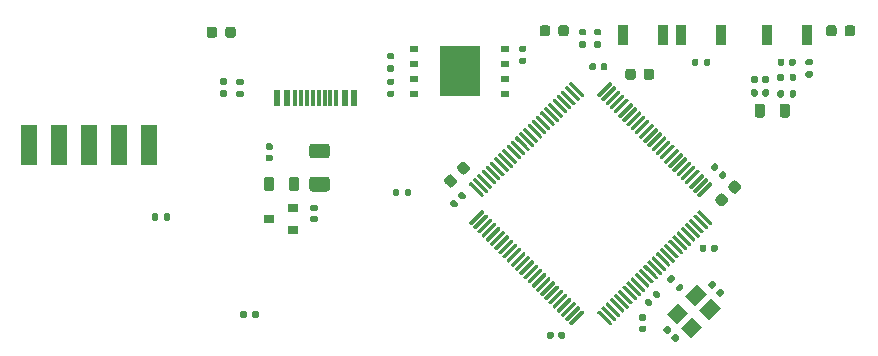
<source format=gbr>
%TF.GenerationSoftware,KiCad,Pcbnew,(5.1.9)-1*%
%TF.CreationDate,2021-03-09T20:48:28+01:00*%
%TF.ProjectId,poly_kb,706f6c79-5f6b-4622-9e6b-696361645f70,rev?*%
%TF.SameCoordinates,Original*%
%TF.FileFunction,Paste,Top*%
%TF.FilePolarity,Positive*%
%FSLAX46Y46*%
G04 Gerber Fmt 4.6, Leading zero omitted, Abs format (unit mm)*
G04 Created by KiCad (PCBNEW (5.1.9)-1) date 2021-03-09 20:48:28*
%MOMM*%
%LPD*%
G01*
G04 APERTURE LIST*
%ADD10R,1.400000X3.500000*%
%ADD11R,3.450000X4.350000*%
%ADD12R,0.750000X0.500000*%
%ADD13C,0.127000*%
%ADD14R,0.900000X0.800000*%
%ADD15R,0.900000X1.700000*%
%ADD16R,0.600000X1.450000*%
%ADD17R,0.300000X1.450000*%
G04 APERTURE END LIST*
D10*
%TO.C,J1*%
X426593000Y-39557000D03*
X424053000Y-39557000D03*
X421513000Y-39557000D03*
X418973000Y-39557000D03*
X416433000Y-39557000D03*
%TD*%
%TO.C,R12*%
G36*
G01*
X432707200Y-34885600D02*
X433077200Y-34885600D01*
G75*
G02*
X433212200Y-35020600I0J-135000D01*
G01*
X433212200Y-35290600D01*
G75*
G02*
X433077200Y-35425600I-135000J0D01*
G01*
X432707200Y-35425600D01*
G75*
G02*
X432572200Y-35290600I0J135000D01*
G01*
X432572200Y-35020600D01*
G75*
G02*
X432707200Y-34885600I135000J0D01*
G01*
G37*
G36*
G01*
X432707200Y-33865600D02*
X433077200Y-33865600D01*
G75*
G02*
X433212200Y-34000600I0J-135000D01*
G01*
X433212200Y-34270600D01*
G75*
G02*
X433077200Y-34405600I-135000J0D01*
G01*
X432707200Y-34405600D01*
G75*
G02*
X432572200Y-34270600I0J135000D01*
G01*
X432572200Y-34000600D01*
G75*
G02*
X432707200Y-33865600I135000J0D01*
G01*
G37*
%TD*%
%TO.C,R7*%
G36*
G01*
X463111000Y-30720000D02*
X463481000Y-30720000D01*
G75*
G02*
X463616000Y-30855000I0J-135000D01*
G01*
X463616000Y-31125000D01*
G75*
G02*
X463481000Y-31260000I-135000J0D01*
G01*
X463111000Y-31260000D01*
G75*
G02*
X462976000Y-31125000I0J135000D01*
G01*
X462976000Y-30855000D01*
G75*
G02*
X463111000Y-30720000I135000J0D01*
G01*
G37*
G36*
G01*
X463111000Y-29700000D02*
X463481000Y-29700000D01*
G75*
G02*
X463616000Y-29835000I0J-135000D01*
G01*
X463616000Y-30105000D01*
G75*
G02*
X463481000Y-30240000I-135000J0D01*
G01*
X463111000Y-30240000D01*
G75*
G02*
X462976000Y-30105000I0J135000D01*
G01*
X462976000Y-29835000D01*
G75*
G02*
X463111000Y-29700000I135000J0D01*
G01*
G37*
%TD*%
%TO.C,R6*%
G36*
G01*
X482288000Y-33260000D02*
X482658000Y-33260000D01*
G75*
G02*
X482793000Y-33395000I0J-135000D01*
G01*
X482793000Y-33665000D01*
G75*
G02*
X482658000Y-33800000I-135000J0D01*
G01*
X482288000Y-33800000D01*
G75*
G02*
X482153000Y-33665000I0J135000D01*
G01*
X482153000Y-33395000D01*
G75*
G02*
X482288000Y-33260000I135000J0D01*
G01*
G37*
G36*
G01*
X482288000Y-32240000D02*
X482658000Y-32240000D01*
G75*
G02*
X482793000Y-32375000I0J-135000D01*
G01*
X482793000Y-32645000D01*
G75*
G02*
X482658000Y-32780000I-135000J0D01*
G01*
X482288000Y-32780000D01*
G75*
G02*
X482153000Y-32645000I0J135000D01*
G01*
X482153000Y-32375000D01*
G75*
G02*
X482288000Y-32240000I135000J0D01*
G01*
G37*
%TD*%
%TO.C,R3*%
G36*
G01*
X464751000Y-30240000D02*
X464381000Y-30240000D01*
G75*
G02*
X464246000Y-30105000I0J135000D01*
G01*
X464246000Y-29835000D01*
G75*
G02*
X464381000Y-29700000I135000J0D01*
G01*
X464751000Y-29700000D01*
G75*
G02*
X464886000Y-29835000I0J-135000D01*
G01*
X464886000Y-30105000D01*
G75*
G02*
X464751000Y-30240000I-135000J0D01*
G01*
G37*
G36*
G01*
X464751000Y-31260000D02*
X464381000Y-31260000D01*
G75*
G02*
X464246000Y-31125000I0J135000D01*
G01*
X464246000Y-30855000D01*
G75*
G02*
X464381000Y-30720000I135000J0D01*
G01*
X464751000Y-30720000D01*
G75*
G02*
X464886000Y-30855000I0J-135000D01*
G01*
X464886000Y-31125000D01*
G75*
G02*
X464751000Y-31260000I-135000J0D01*
G01*
G37*
%TD*%
%TO.C,R1*%
G36*
G01*
X473089000Y-32327000D02*
X473089000Y-32697000D01*
G75*
G02*
X472954000Y-32832000I-135000J0D01*
G01*
X472684000Y-32832000D01*
G75*
G02*
X472549000Y-32697000I0J135000D01*
G01*
X472549000Y-32327000D01*
G75*
G02*
X472684000Y-32192000I135000J0D01*
G01*
X472954000Y-32192000D01*
G75*
G02*
X473089000Y-32327000I0J-135000D01*
G01*
G37*
G36*
G01*
X474109000Y-32327000D02*
X474109000Y-32697000D01*
G75*
G02*
X473974000Y-32832000I-135000J0D01*
G01*
X473704000Y-32832000D01*
G75*
G02*
X473569000Y-32697000I0J135000D01*
G01*
X473569000Y-32327000D01*
G75*
G02*
X473704000Y-32192000I135000J0D01*
G01*
X473974000Y-32192000D01*
G75*
G02*
X474109000Y-32327000I0J-135000D01*
G01*
G37*
%TD*%
D11*
%TO.C,U3*%
X452882000Y-33274000D03*
D12*
X456712000Y-35174000D03*
X456712000Y-33904000D03*
X456712000Y-31364000D03*
X456712000Y-32634000D03*
X449042000Y-31364000D03*
X449042000Y-32634000D03*
X449042000Y-35174000D03*
X449042000Y-33904000D03*
%TD*%
%TO.C,R13*%
G36*
G01*
X471158091Y-51506920D02*
X471419720Y-51245291D01*
G75*
G02*
X471610638Y-51245291I95459J-95459D01*
G01*
X471801557Y-51436210D01*
G75*
G02*
X471801557Y-51627128I-95459J-95459D01*
G01*
X471539928Y-51888757D01*
G75*
G02*
X471349010Y-51888757I-95459J95459D01*
G01*
X471158091Y-51697838D01*
G75*
G02*
X471158091Y-51506920I95459J95459D01*
G01*
G37*
G36*
G01*
X470436843Y-50785672D02*
X470698472Y-50524043D01*
G75*
G02*
X470889390Y-50524043I95459J-95459D01*
G01*
X471080309Y-50714962D01*
G75*
G02*
X471080309Y-50905880I-95459J-95459D01*
G01*
X470818680Y-51167509D01*
G75*
G02*
X470627762Y-51167509I-95459J95459D01*
G01*
X470436843Y-50976590D01*
G75*
G02*
X470436843Y-50785672I95459J95459D01*
G01*
G37*
%TD*%
%TO.C,C16*%
G36*
G01*
X470767787Y-55237371D02*
X470527371Y-55477787D01*
G75*
G02*
X470329381Y-55477787I-98995J98995D01*
G01*
X470131391Y-55279797D01*
G75*
G02*
X470131391Y-55081807I98995J98995D01*
G01*
X470371807Y-54841391D01*
G75*
G02*
X470569797Y-54841391I98995J-98995D01*
G01*
X470767787Y-55039381D01*
G75*
G02*
X470767787Y-55237371I-98995J-98995D01*
G01*
G37*
G36*
G01*
X471446609Y-55916193D02*
X471206193Y-56156609D01*
G75*
G02*
X471008203Y-56156609I-98995J98995D01*
G01*
X470810213Y-55958619D01*
G75*
G02*
X470810213Y-55760629I98995J98995D01*
G01*
X471050629Y-55520213D01*
G75*
G02*
X471248619Y-55520213I98995J-98995D01*
G01*
X471446609Y-55718203D01*
G75*
G02*
X471446609Y-55916193I-98995J-98995D01*
G01*
G37*
%TD*%
D13*
%TO.C,Y1*%
G36*
X471244431Y-54690016D02*
G01*
X470395903Y-53841488D01*
X471385853Y-52851538D01*
X472234381Y-53700066D01*
X471244431Y-54690016D01*
G37*
G36*
X472800066Y-53134381D02*
G01*
X471951538Y-52285853D01*
X472941488Y-51295903D01*
X473790016Y-52144431D01*
X472800066Y-53134381D01*
G37*
G36*
X474002147Y-54336462D02*
G01*
X473153619Y-53487934D01*
X474143569Y-52497984D01*
X474992097Y-53346512D01*
X474002147Y-54336462D01*
G37*
G36*
X472446512Y-55892097D02*
G01*
X471597984Y-55043569D01*
X472587934Y-54053619D01*
X473436462Y-54902147D01*
X472446512Y-55892097D01*
G37*
%TD*%
D14*
%TO.C,U1*%
X436743600Y-45796200D03*
X438743600Y-44846200D03*
X438743600Y-46746200D03*
%TD*%
D15*
%TO.C,SW3*%
X482268000Y-30226000D03*
X478868000Y-30226000D03*
%TD*%
%TO.C,SW2*%
X470076000Y-30226000D03*
X466676000Y-30226000D03*
%TD*%
%TO.C,SW1*%
X475029000Y-30226000D03*
X471629000Y-30226000D03*
%TD*%
%TO.C,R4*%
G36*
G01*
X447765200Y-43350600D02*
X447765200Y-43720600D01*
G75*
G02*
X447630200Y-43855600I-135000J0D01*
G01*
X447360200Y-43855600D01*
G75*
G02*
X447225200Y-43720600I0J135000D01*
G01*
X447225200Y-43350600D01*
G75*
G02*
X447360200Y-43215600I135000J0D01*
G01*
X447630200Y-43215600D01*
G75*
G02*
X447765200Y-43350600I0J-135000D01*
G01*
G37*
G36*
G01*
X448785200Y-43350600D02*
X448785200Y-43720600D01*
G75*
G02*
X448650200Y-43855600I-135000J0D01*
G01*
X448380200Y-43855600D01*
G75*
G02*
X448245200Y-43720600I0J135000D01*
G01*
X448245200Y-43350600D01*
G75*
G02*
X448380200Y-43215600I135000J0D01*
G01*
X448650200Y-43215600D01*
G75*
G02*
X448785200Y-43350600I0J-135000D01*
G01*
G37*
%TD*%
%TO.C,R15*%
G36*
G01*
X458031000Y-32119000D02*
X458401000Y-32119000D01*
G75*
G02*
X458536000Y-32254000I0J-135000D01*
G01*
X458536000Y-32524000D01*
G75*
G02*
X458401000Y-32659000I-135000J0D01*
G01*
X458031000Y-32659000D01*
G75*
G02*
X457896000Y-32524000I0J135000D01*
G01*
X457896000Y-32254000D01*
G75*
G02*
X458031000Y-32119000I135000J0D01*
G01*
G37*
G36*
G01*
X458031000Y-31099000D02*
X458401000Y-31099000D01*
G75*
G02*
X458536000Y-31234000I0J-135000D01*
G01*
X458536000Y-31504000D01*
G75*
G02*
X458401000Y-31639000I-135000J0D01*
G01*
X458031000Y-31639000D01*
G75*
G02*
X457896000Y-31504000I0J135000D01*
G01*
X457896000Y-31234000D01*
G75*
G02*
X458031000Y-31099000I135000J0D01*
G01*
G37*
%TD*%
%TO.C,R14*%
G36*
G01*
X446855000Y-32752000D02*
X447225000Y-32752000D01*
G75*
G02*
X447360000Y-32887000I0J-135000D01*
G01*
X447360000Y-33157000D01*
G75*
G02*
X447225000Y-33292000I-135000J0D01*
G01*
X446855000Y-33292000D01*
G75*
G02*
X446720000Y-33157000I0J135000D01*
G01*
X446720000Y-32887000D01*
G75*
G02*
X446855000Y-32752000I135000J0D01*
G01*
G37*
G36*
G01*
X446855000Y-31732000D02*
X447225000Y-31732000D01*
G75*
G02*
X447360000Y-31867000I0J-135000D01*
G01*
X447360000Y-32137000D01*
G75*
G02*
X447225000Y-32272000I-135000J0D01*
G01*
X446855000Y-32272000D01*
G75*
G02*
X446720000Y-32137000I0J135000D01*
G01*
X446720000Y-31867000D01*
G75*
G02*
X446855000Y-31732000I135000J0D01*
G01*
G37*
%TD*%
%TO.C,R11*%
G36*
G01*
X434474200Y-34431000D02*
X434104200Y-34431000D01*
G75*
G02*
X433969200Y-34296000I0J135000D01*
G01*
X433969200Y-34026000D01*
G75*
G02*
X434104200Y-33891000I135000J0D01*
G01*
X434474200Y-33891000D01*
G75*
G02*
X434609200Y-34026000I0J-135000D01*
G01*
X434609200Y-34296000D01*
G75*
G02*
X434474200Y-34431000I-135000J0D01*
G01*
G37*
G36*
G01*
X434474200Y-35451000D02*
X434104200Y-35451000D01*
G75*
G02*
X433969200Y-35316000I0J135000D01*
G01*
X433969200Y-35046000D01*
G75*
G02*
X434104200Y-34911000I135000J0D01*
G01*
X434474200Y-34911000D01*
G75*
G02*
X434609200Y-35046000I0J-135000D01*
G01*
X434609200Y-35316000D01*
G75*
G02*
X434474200Y-35451000I-135000J0D01*
G01*
G37*
%TD*%
%TO.C,R2*%
G36*
G01*
X480808000Y-33967000D02*
X480808000Y-33597000D01*
G75*
G02*
X480943000Y-33462000I135000J0D01*
G01*
X481213000Y-33462000D01*
G75*
G02*
X481348000Y-33597000I0J-135000D01*
G01*
X481348000Y-33967000D01*
G75*
G02*
X481213000Y-34102000I-135000J0D01*
G01*
X480943000Y-34102000D01*
G75*
G02*
X480808000Y-33967000I0J135000D01*
G01*
G37*
G36*
G01*
X479788000Y-33967000D02*
X479788000Y-33597000D01*
G75*
G02*
X479923000Y-33462000I135000J0D01*
G01*
X480193000Y-33462000D01*
G75*
G02*
X480328000Y-33597000I0J-135000D01*
G01*
X480328000Y-33967000D01*
G75*
G02*
X480193000Y-34102000I-135000J0D01*
G01*
X479923000Y-34102000D01*
G75*
G02*
X479788000Y-33967000I0J135000D01*
G01*
G37*
%TD*%
D16*
%TO.C,J2*%
X437440000Y-35541000D03*
X438240000Y-35541000D03*
X443140000Y-35541000D03*
X443940000Y-35541000D03*
X443940000Y-35541000D03*
X443140000Y-35541000D03*
X438240000Y-35541000D03*
X437440000Y-35541000D03*
D17*
X442440000Y-35541000D03*
X441940000Y-35541000D03*
X441440000Y-35541000D03*
X440440000Y-35541000D03*
X439940000Y-35541000D03*
X439440000Y-35541000D03*
X438940000Y-35541000D03*
X440940000Y-35541000D03*
%TD*%
%TO.C,FB1*%
G36*
G01*
X438419400Y-43205650D02*
X438419400Y-42443150D01*
G75*
G02*
X438638150Y-42224400I218750J0D01*
G01*
X439075650Y-42224400D01*
G75*
G02*
X439294400Y-42443150I0J-218750D01*
G01*
X439294400Y-43205650D01*
G75*
G02*
X439075650Y-43424400I-218750J0D01*
G01*
X438638150Y-43424400D01*
G75*
G02*
X438419400Y-43205650I0J218750D01*
G01*
G37*
G36*
G01*
X436294400Y-43205650D02*
X436294400Y-42443150D01*
G75*
G02*
X436513150Y-42224400I218750J0D01*
G01*
X436950650Y-42224400D01*
G75*
G02*
X437169400Y-42443150I0J-218750D01*
G01*
X437169400Y-43205650D01*
G75*
G02*
X436950650Y-43424400I-218750J0D01*
G01*
X436513150Y-43424400D01*
G75*
G02*
X436294400Y-43205650I0J218750D01*
G01*
G37*
%TD*%
%TO.C,D3*%
G36*
G01*
X432339000Y-29715750D02*
X432339000Y-30228250D01*
G75*
G02*
X432120250Y-30447000I-218750J0D01*
G01*
X431682750Y-30447000D01*
G75*
G02*
X431464000Y-30228250I0J218750D01*
G01*
X431464000Y-29715750D01*
G75*
G02*
X431682750Y-29497000I218750J0D01*
G01*
X432120250Y-29497000D01*
G75*
G02*
X432339000Y-29715750I0J-218750D01*
G01*
G37*
G36*
G01*
X433914000Y-29715750D02*
X433914000Y-30228250D01*
G75*
G02*
X433695250Y-30447000I-218750J0D01*
G01*
X433257750Y-30447000D01*
G75*
G02*
X433039000Y-30228250I0J218750D01*
G01*
X433039000Y-29715750D01*
G75*
G02*
X433257750Y-29497000I218750J0D01*
G01*
X433695250Y-29497000D01*
G75*
G02*
X433914000Y-29715750I0J-218750D01*
G01*
G37*
%TD*%
%TO.C,D2*%
G36*
G01*
X460533000Y-29588750D02*
X460533000Y-30101250D01*
G75*
G02*
X460314250Y-30320000I-218750J0D01*
G01*
X459876750Y-30320000D01*
G75*
G02*
X459658000Y-30101250I0J218750D01*
G01*
X459658000Y-29588750D01*
G75*
G02*
X459876750Y-29370000I218750J0D01*
G01*
X460314250Y-29370000D01*
G75*
G02*
X460533000Y-29588750I0J-218750D01*
G01*
G37*
G36*
G01*
X462108000Y-29588750D02*
X462108000Y-30101250D01*
G75*
G02*
X461889250Y-30320000I-218750J0D01*
G01*
X461451750Y-30320000D01*
G75*
G02*
X461233000Y-30101250I0J218750D01*
G01*
X461233000Y-29588750D01*
G75*
G02*
X461451750Y-29370000I218750J0D01*
G01*
X461889250Y-29370000D01*
G75*
G02*
X462108000Y-29588750I0J-218750D01*
G01*
G37*
%TD*%
%TO.C,D1*%
G36*
G01*
X485490000Y-30101250D02*
X485490000Y-29588750D01*
G75*
G02*
X485708750Y-29370000I218750J0D01*
G01*
X486146250Y-29370000D01*
G75*
G02*
X486365000Y-29588750I0J-218750D01*
G01*
X486365000Y-30101250D01*
G75*
G02*
X486146250Y-30320000I-218750J0D01*
G01*
X485708750Y-30320000D01*
G75*
G02*
X485490000Y-30101250I0J218750D01*
G01*
G37*
G36*
G01*
X483915000Y-30101250D02*
X483915000Y-29588750D01*
G75*
G02*
X484133750Y-29370000I218750J0D01*
G01*
X484571250Y-29370000D01*
G75*
G02*
X484790000Y-29588750I0J-218750D01*
G01*
X484790000Y-30101250D01*
G75*
G02*
X484571250Y-30320000I-218750J0D01*
G01*
X484133750Y-30320000D01*
G75*
G02*
X483915000Y-30101250I0J218750D01*
G01*
G37*
%TD*%
%TO.C,C1*%
G36*
G01*
X480368000Y-32342000D02*
X480368000Y-32682000D01*
G75*
G02*
X480228000Y-32822000I-140000J0D01*
G01*
X479948000Y-32822000D01*
G75*
G02*
X479808000Y-32682000I0J140000D01*
G01*
X479808000Y-32342000D01*
G75*
G02*
X479948000Y-32202000I140000J0D01*
G01*
X480228000Y-32202000D01*
G75*
G02*
X480368000Y-32342000I0J-140000D01*
G01*
G37*
G36*
G01*
X481328000Y-32342000D02*
X481328000Y-32682000D01*
G75*
G02*
X481188000Y-32822000I-140000J0D01*
G01*
X480908000Y-32822000D01*
G75*
G02*
X480768000Y-32682000I0J140000D01*
G01*
X480768000Y-32342000D01*
G75*
G02*
X480908000Y-32202000I140000J0D01*
G01*
X481188000Y-32202000D01*
G75*
G02*
X481328000Y-32342000I0J-140000D01*
G01*
G37*
%TD*%
%TO.C,C3*%
G36*
G01*
X440367600Y-45513600D02*
X440707600Y-45513600D01*
G75*
G02*
X440847600Y-45653600I0J-140000D01*
G01*
X440847600Y-45933600D01*
G75*
G02*
X440707600Y-46073600I-140000J0D01*
G01*
X440367600Y-46073600D01*
G75*
G02*
X440227600Y-45933600I0J140000D01*
G01*
X440227600Y-45653600D01*
G75*
G02*
X440367600Y-45513600I140000J0D01*
G01*
G37*
G36*
G01*
X440367600Y-44553600D02*
X440707600Y-44553600D01*
G75*
G02*
X440847600Y-44693600I0J-140000D01*
G01*
X440847600Y-44973600D01*
G75*
G02*
X440707600Y-45113600I-140000J0D01*
G01*
X440367600Y-45113600D01*
G75*
G02*
X440227600Y-44973600I0J140000D01*
G01*
X440227600Y-44693600D01*
G75*
G02*
X440367600Y-44553600I140000J0D01*
G01*
G37*
%TD*%
%TO.C,C2*%
G36*
G01*
X436923000Y-39932000D02*
X436583000Y-39932000D01*
G75*
G02*
X436443000Y-39792000I0J140000D01*
G01*
X436443000Y-39512000D01*
G75*
G02*
X436583000Y-39372000I140000J0D01*
G01*
X436923000Y-39372000D01*
G75*
G02*
X437063000Y-39512000I0J-140000D01*
G01*
X437063000Y-39792000D01*
G75*
G02*
X436923000Y-39932000I-140000J0D01*
G01*
G37*
G36*
G01*
X436923000Y-40892000D02*
X436583000Y-40892000D01*
G75*
G02*
X436443000Y-40752000I0J140000D01*
G01*
X436443000Y-40472000D01*
G75*
G02*
X436583000Y-40332000I140000J0D01*
G01*
X436923000Y-40332000D01*
G75*
G02*
X437063000Y-40472000I0J-140000D01*
G01*
X437063000Y-40752000D01*
G75*
G02*
X436923000Y-40892000I-140000J0D01*
G01*
G37*
%TD*%
%TO.C,C15*%
G36*
G01*
X452246813Y-42064633D02*
X452600367Y-42418187D01*
G75*
G02*
X452600367Y-42736385I-159099J-159099D01*
G01*
X452282169Y-43054583D01*
G75*
G02*
X451963971Y-43054583I-159099J159099D01*
G01*
X451610417Y-42701029D01*
G75*
G02*
X451610417Y-42382831I159099J159099D01*
G01*
X451928615Y-42064633D01*
G75*
G02*
X452246813Y-42064633I159099J-159099D01*
G01*
G37*
G36*
G01*
X453342829Y-40968617D02*
X453696383Y-41322171D01*
G75*
G02*
X453696383Y-41640369I-159099J-159099D01*
G01*
X453378185Y-41958567D01*
G75*
G02*
X453059987Y-41958567I-159099J159099D01*
G01*
X452706433Y-41605013D01*
G75*
G02*
X452706433Y-41286815I159099J159099D01*
G01*
X453024631Y-40968617D01*
G75*
G02*
X453342829Y-40968617I159099J-159099D01*
G01*
G37*
%TD*%
%TO.C,C14*%
G36*
G01*
X468447000Y-33778000D02*
X468447000Y-33278000D01*
G75*
G02*
X468672000Y-33053000I225000J0D01*
G01*
X469122000Y-33053000D01*
G75*
G02*
X469347000Y-33278000I0J-225000D01*
G01*
X469347000Y-33778000D01*
G75*
G02*
X469122000Y-34003000I-225000J0D01*
G01*
X468672000Y-34003000D01*
G75*
G02*
X468447000Y-33778000I0J225000D01*
G01*
G37*
G36*
G01*
X466897000Y-33778000D02*
X466897000Y-33278000D01*
G75*
G02*
X467122000Y-33053000I225000J0D01*
G01*
X467572000Y-33053000D01*
G75*
G02*
X467797000Y-33278000I0J-225000D01*
G01*
X467797000Y-33778000D01*
G75*
G02*
X467572000Y-34003000I-225000J0D01*
G01*
X467122000Y-34003000D01*
G75*
G02*
X466897000Y-33778000I0J225000D01*
G01*
G37*
%TD*%
%TO.C,C13*%
G36*
G01*
X460835400Y-55456000D02*
X460835400Y-55796000D01*
G75*
G02*
X460695400Y-55936000I-140000J0D01*
G01*
X460415400Y-55936000D01*
G75*
G02*
X460275400Y-55796000I0J140000D01*
G01*
X460275400Y-55456000D01*
G75*
G02*
X460415400Y-55316000I140000J0D01*
G01*
X460695400Y-55316000D01*
G75*
G02*
X460835400Y-55456000I0J-140000D01*
G01*
G37*
G36*
G01*
X461795400Y-55456000D02*
X461795400Y-55796000D01*
G75*
G02*
X461655400Y-55936000I-140000J0D01*
G01*
X461375400Y-55936000D01*
G75*
G02*
X461235400Y-55796000I0J140000D01*
G01*
X461235400Y-55456000D01*
G75*
G02*
X461375400Y-55316000I140000J0D01*
G01*
X461655400Y-55316000D01*
G75*
G02*
X461795400Y-55456000I0J-140000D01*
G01*
G37*
%TD*%
%TO.C,C12*%
G36*
G01*
X452493371Y-44166413D02*
X452733787Y-44406829D01*
G75*
G02*
X452733787Y-44604819I-98995J-98995D01*
G01*
X452535797Y-44802809D01*
G75*
G02*
X452337807Y-44802809I-98995J98995D01*
G01*
X452097391Y-44562393D01*
G75*
G02*
X452097391Y-44364403I98995J98995D01*
G01*
X452295381Y-44166413D01*
G75*
G02*
X452493371Y-44166413I98995J-98995D01*
G01*
G37*
G36*
G01*
X453172193Y-43487591D02*
X453412609Y-43728007D01*
G75*
G02*
X453412609Y-43925997I-98995J-98995D01*
G01*
X453214619Y-44123987D01*
G75*
G02*
X453016629Y-44123987I-98995J98995D01*
G01*
X452776213Y-43883571D01*
G75*
G02*
X452776213Y-43685581I98995J98995D01*
G01*
X452974203Y-43487591D01*
G75*
G02*
X453172193Y-43487591I98995J-98995D01*
G01*
G37*
%TD*%
%TO.C,C5*%
G36*
G01*
X478107400Y-34932800D02*
X478107400Y-35272800D01*
G75*
G02*
X477967400Y-35412800I-140000J0D01*
G01*
X477687400Y-35412800D01*
G75*
G02*
X477547400Y-35272800I0J140000D01*
G01*
X477547400Y-34932800D01*
G75*
G02*
X477687400Y-34792800I140000J0D01*
G01*
X477967400Y-34792800D01*
G75*
G02*
X478107400Y-34932800I0J-140000D01*
G01*
G37*
G36*
G01*
X479067400Y-34932800D02*
X479067400Y-35272800D01*
G75*
G02*
X478927400Y-35412800I-140000J0D01*
G01*
X478647400Y-35412800D01*
G75*
G02*
X478507400Y-35272800I0J140000D01*
G01*
X478507400Y-34932800D01*
G75*
G02*
X478647400Y-34792800I140000J0D01*
G01*
X478927400Y-34792800D01*
G75*
G02*
X479067400Y-34932800I0J-140000D01*
G01*
G37*
%TD*%
%TO.C,C4*%
G36*
G01*
X478107400Y-33789800D02*
X478107400Y-34129800D01*
G75*
G02*
X477967400Y-34269800I-140000J0D01*
G01*
X477687400Y-34269800D01*
G75*
G02*
X477547400Y-34129800I0J140000D01*
G01*
X477547400Y-33789800D01*
G75*
G02*
X477687400Y-33649800I140000J0D01*
G01*
X477967400Y-33649800D01*
G75*
G02*
X478107400Y-33789800I0J-140000D01*
G01*
G37*
G36*
G01*
X479067400Y-33789800D02*
X479067400Y-34129800D01*
G75*
G02*
X478927400Y-34269800I-140000J0D01*
G01*
X478647400Y-34269800D01*
G75*
G02*
X478507400Y-34129800I0J140000D01*
G01*
X478507400Y-33789800D01*
G75*
G02*
X478647400Y-33649800I140000J0D01*
G01*
X478927400Y-33649800D01*
G75*
G02*
X479067400Y-33789800I0J-140000D01*
G01*
G37*
%TD*%
%TO.C,C11*%
G36*
G01*
X474164000Y-48430000D02*
X474164000Y-48090000D01*
G75*
G02*
X474304000Y-47950000I140000J0D01*
G01*
X474584000Y-47950000D01*
G75*
G02*
X474724000Y-48090000I0J-140000D01*
G01*
X474724000Y-48430000D01*
G75*
G02*
X474584000Y-48570000I-140000J0D01*
G01*
X474304000Y-48570000D01*
G75*
G02*
X474164000Y-48430000I0J140000D01*
G01*
G37*
G36*
G01*
X473204000Y-48430000D02*
X473204000Y-48090000D01*
G75*
G02*
X473344000Y-47950000I140000J0D01*
G01*
X473624000Y-47950000D01*
G75*
G02*
X473764000Y-48090000I0J-140000D01*
G01*
X473764000Y-48430000D01*
G75*
G02*
X473624000Y-48570000I-140000J0D01*
G01*
X473344000Y-48570000D01*
G75*
G02*
X473204000Y-48430000I0J140000D01*
G01*
G37*
%TD*%
%TO.C,C10*%
G36*
G01*
X464416800Y-32723000D02*
X464416800Y-33063000D01*
G75*
G02*
X464276800Y-33203000I-140000J0D01*
G01*
X463996800Y-33203000D01*
G75*
G02*
X463856800Y-33063000I0J140000D01*
G01*
X463856800Y-32723000D01*
G75*
G02*
X463996800Y-32583000I140000J0D01*
G01*
X464276800Y-32583000D01*
G75*
G02*
X464416800Y-32723000I0J-140000D01*
G01*
G37*
G36*
G01*
X465376800Y-32723000D02*
X465376800Y-33063000D01*
G75*
G02*
X465236800Y-33203000I-140000J0D01*
G01*
X464956800Y-33203000D01*
G75*
G02*
X464816800Y-33063000I0J140000D01*
G01*
X464816800Y-32723000D01*
G75*
G02*
X464956800Y-32583000I140000J0D01*
G01*
X465236800Y-32583000D01*
G75*
G02*
X465376800Y-32723000I0J-140000D01*
G01*
G37*
%TD*%
%TO.C,C9*%
G36*
G01*
X468206000Y-54810000D02*
X468546000Y-54810000D01*
G75*
G02*
X468686000Y-54950000I0J-140000D01*
G01*
X468686000Y-55230000D01*
G75*
G02*
X468546000Y-55370000I-140000J0D01*
G01*
X468206000Y-55370000D01*
G75*
G02*
X468066000Y-55230000I0J140000D01*
G01*
X468066000Y-54950000D01*
G75*
G02*
X468206000Y-54810000I140000J0D01*
G01*
G37*
G36*
G01*
X468206000Y-53850000D02*
X468546000Y-53850000D01*
G75*
G02*
X468686000Y-53990000I0J-140000D01*
G01*
X468686000Y-54270000D01*
G75*
G02*
X468546000Y-54410000I-140000J0D01*
G01*
X468206000Y-54410000D01*
G75*
G02*
X468066000Y-54270000I0J140000D01*
G01*
X468066000Y-53990000D01*
G75*
G02*
X468206000Y-53850000I140000J0D01*
G01*
G37*
%TD*%
%TO.C,C8*%
G36*
G01*
X468961782Y-52513802D02*
X469202198Y-52754218D01*
G75*
G02*
X469202198Y-52952208I-98995J-98995D01*
G01*
X469004208Y-53150198D01*
G75*
G02*
X468806218Y-53150198I-98995J98995D01*
G01*
X468565802Y-52909782D01*
G75*
G02*
X468565802Y-52711792I98995J98995D01*
G01*
X468763792Y-52513802D01*
G75*
G02*
X468961782Y-52513802I98995J-98995D01*
G01*
G37*
G36*
G01*
X469640604Y-51834980D02*
X469881020Y-52075396D01*
G75*
G02*
X469881020Y-52273386I-98995J-98995D01*
G01*
X469683030Y-52471376D01*
G75*
G02*
X469485040Y-52471376I-98995J98995D01*
G01*
X469244624Y-52230960D01*
G75*
G02*
X469244624Y-52032970I98995J98995D01*
G01*
X469442614Y-51834980D01*
G75*
G02*
X469640604Y-51834980I98995J-98995D01*
G01*
G37*
%TD*%
%TO.C,C7*%
G36*
G01*
X474823413Y-41993829D02*
X475063829Y-41753413D01*
G75*
G02*
X475261819Y-41753413I98995J-98995D01*
G01*
X475459809Y-41951403D01*
G75*
G02*
X475459809Y-42149393I-98995J-98995D01*
G01*
X475219393Y-42389809D01*
G75*
G02*
X475021403Y-42389809I-98995J98995D01*
G01*
X474823413Y-42191819D01*
G75*
G02*
X474823413Y-41993829I98995J98995D01*
G01*
G37*
G36*
G01*
X474144591Y-41315007D02*
X474385007Y-41074591D01*
G75*
G02*
X474582997Y-41074591I98995J-98995D01*
G01*
X474780987Y-41272581D01*
G75*
G02*
X474780987Y-41470571I-98995J-98995D01*
G01*
X474540571Y-41710987D01*
G75*
G02*
X474342581Y-41710987I-98995J98995D01*
G01*
X474144591Y-41512997D01*
G75*
G02*
X474144591Y-41315007I98995J98995D01*
G01*
G37*
%TD*%
%TO.C,C6*%
G36*
G01*
X476032379Y-43573375D02*
X475678825Y-43219821D01*
G75*
G02*
X475678825Y-42901623I159099J159099D01*
G01*
X475997023Y-42583425D01*
G75*
G02*
X476315221Y-42583425I159099J-159099D01*
G01*
X476668775Y-42936979D01*
G75*
G02*
X476668775Y-43255177I-159099J-159099D01*
G01*
X476350577Y-43573375D01*
G75*
G02*
X476032379Y-43573375I-159099J159099D01*
G01*
G37*
G36*
G01*
X474936363Y-44669391D02*
X474582809Y-44315837D01*
G75*
G02*
X474582809Y-43997639I159099J159099D01*
G01*
X474901007Y-43679441D01*
G75*
G02*
X475219205Y-43679441I159099J-159099D01*
G01*
X475572759Y-44032995D01*
G75*
G02*
X475572759Y-44351193I-159099J-159099D01*
G01*
X475254561Y-44669391D01*
G75*
G02*
X474936363Y-44669391I-159099J159099D01*
G01*
G37*
%TD*%
%TO.C,R10*%
G36*
G01*
X447225000Y-34433000D02*
X446855000Y-34433000D01*
G75*
G02*
X446720000Y-34298000I0J135000D01*
G01*
X446720000Y-34028000D01*
G75*
G02*
X446855000Y-33893000I135000J0D01*
G01*
X447225000Y-33893000D01*
G75*
G02*
X447360000Y-34028000I0J-135000D01*
G01*
X447360000Y-34298000D01*
G75*
G02*
X447225000Y-34433000I-135000J0D01*
G01*
G37*
G36*
G01*
X447225000Y-35453000D02*
X446855000Y-35453000D01*
G75*
G02*
X446720000Y-35318000I0J135000D01*
G01*
X446720000Y-35048000D01*
G75*
G02*
X446855000Y-34913000I135000J0D01*
G01*
X447225000Y-34913000D01*
G75*
G02*
X447360000Y-35048000I0J-135000D01*
G01*
X447360000Y-35318000D01*
G75*
G02*
X447225000Y-35453000I-135000J0D01*
G01*
G37*
%TD*%
%TO.C,R9*%
G36*
G01*
X480328000Y-34994000D02*
X480328000Y-35364000D01*
G75*
G02*
X480193000Y-35499000I-135000J0D01*
G01*
X479923000Y-35499000D01*
G75*
G02*
X479788000Y-35364000I0J135000D01*
G01*
X479788000Y-34994000D01*
G75*
G02*
X479923000Y-34859000I135000J0D01*
G01*
X480193000Y-34859000D01*
G75*
G02*
X480328000Y-34994000I0J-135000D01*
G01*
G37*
G36*
G01*
X481348000Y-34994000D02*
X481348000Y-35364000D01*
G75*
G02*
X481213000Y-35499000I-135000J0D01*
G01*
X480943000Y-35499000D01*
G75*
G02*
X480808000Y-35364000I0J135000D01*
G01*
X480808000Y-34994000D01*
G75*
G02*
X480943000Y-34859000I135000J0D01*
G01*
X481213000Y-34859000D01*
G75*
G02*
X481348000Y-34994000I0J-135000D01*
G01*
G37*
%TD*%
%TO.C,R8*%
G36*
G01*
X434836600Y-53688400D02*
X434836600Y-54058400D01*
G75*
G02*
X434701600Y-54193400I-135000J0D01*
G01*
X434431600Y-54193400D01*
G75*
G02*
X434296600Y-54058400I0J135000D01*
G01*
X434296600Y-53688400D01*
G75*
G02*
X434431600Y-53553400I135000J0D01*
G01*
X434701600Y-53553400D01*
G75*
G02*
X434836600Y-53688400I0J-135000D01*
G01*
G37*
G36*
G01*
X435856600Y-53688400D02*
X435856600Y-54058400D01*
G75*
G02*
X435721600Y-54193400I-135000J0D01*
G01*
X435451600Y-54193400D01*
G75*
G02*
X435316600Y-54058400I0J135000D01*
G01*
X435316600Y-53688400D01*
G75*
G02*
X435451600Y-53553400I135000J0D01*
G01*
X435721600Y-53553400D01*
G75*
G02*
X435856600Y-53688400I0J-135000D01*
G01*
G37*
%TD*%
%TO.C,R5*%
G36*
G01*
X427369000Y-45433400D02*
X427369000Y-45803400D01*
G75*
G02*
X427234000Y-45938400I-135000J0D01*
G01*
X426964000Y-45938400D01*
G75*
G02*
X426829000Y-45803400I0J135000D01*
G01*
X426829000Y-45433400D01*
G75*
G02*
X426964000Y-45298400I135000J0D01*
G01*
X427234000Y-45298400D01*
G75*
G02*
X427369000Y-45433400I0J-135000D01*
G01*
G37*
G36*
G01*
X428389000Y-45433400D02*
X428389000Y-45803400D01*
G75*
G02*
X428254000Y-45938400I-135000J0D01*
G01*
X427984000Y-45938400D01*
G75*
G02*
X427849000Y-45803400I0J135000D01*
G01*
X427849000Y-45433400D01*
G75*
G02*
X427984000Y-45298400I135000J0D01*
G01*
X428254000Y-45298400D01*
G75*
G02*
X428389000Y-45433400I0J-135000D01*
G01*
G37*
%TD*%
%TO.C,FB2*%
G36*
G01*
X479973800Y-36982650D02*
X479973800Y-36220150D01*
G75*
G02*
X480192550Y-36001400I218750J0D01*
G01*
X480630050Y-36001400D01*
G75*
G02*
X480848800Y-36220150I0J-218750D01*
G01*
X480848800Y-36982650D01*
G75*
G02*
X480630050Y-37201400I-218750J0D01*
G01*
X480192550Y-37201400D01*
G75*
G02*
X479973800Y-36982650I0J218750D01*
G01*
G37*
G36*
G01*
X477848800Y-36982650D02*
X477848800Y-36220150D01*
G75*
G02*
X478067550Y-36001400I218750J0D01*
G01*
X478505050Y-36001400D01*
G75*
G02*
X478723800Y-36220150I0J-218750D01*
G01*
X478723800Y-36982650D01*
G75*
G02*
X478505050Y-37201400I-218750J0D01*
G01*
X478067550Y-37201400D01*
G75*
G02*
X477848800Y-36982650I0J218750D01*
G01*
G37*
%TD*%
%TO.C,F1*%
G36*
G01*
X441645200Y-40652400D02*
X440395200Y-40652400D01*
G75*
G02*
X440145200Y-40402400I0J250000D01*
G01*
X440145200Y-39652400D01*
G75*
G02*
X440395200Y-39402400I250000J0D01*
G01*
X441645200Y-39402400D01*
G75*
G02*
X441895200Y-39652400I0J-250000D01*
G01*
X441895200Y-40402400D01*
G75*
G02*
X441645200Y-40652400I-250000J0D01*
G01*
G37*
G36*
G01*
X441645200Y-43452400D02*
X440395200Y-43452400D01*
G75*
G02*
X440145200Y-43202400I0J250000D01*
G01*
X440145200Y-42452400D01*
G75*
G02*
X440395200Y-42202400I250000J0D01*
G01*
X441645200Y-42202400D01*
G75*
G02*
X441895200Y-42452400I0J-250000D01*
G01*
X441895200Y-43202400D01*
G75*
G02*
X441645200Y-43452400I-250000J0D01*
G01*
G37*
%TD*%
%TO.C,C17*%
G36*
G01*
X474620213Y-51950629D02*
X474860629Y-51710213D01*
G75*
G02*
X475058619Y-51710213I98995J-98995D01*
G01*
X475256609Y-51908203D01*
G75*
G02*
X475256609Y-52106193I-98995J-98995D01*
G01*
X475016193Y-52346609D01*
G75*
G02*
X474818203Y-52346609I-98995J98995D01*
G01*
X474620213Y-52148619D01*
G75*
G02*
X474620213Y-51950629I98995J98995D01*
G01*
G37*
G36*
G01*
X473941391Y-51271807D02*
X474181807Y-51031391D01*
G75*
G02*
X474379797Y-51031391I98995J-98995D01*
G01*
X474577787Y-51229381D01*
G75*
G02*
X474577787Y-51427371I-98995J-98995D01*
G01*
X474337371Y-51667787D01*
G75*
G02*
X474139381Y-51667787I-98995J98995D01*
G01*
X473941391Y-51469797D01*
G75*
G02*
X473941391Y-51271807I98995J98995D01*
G01*
G37*
%TD*%
%TO.C,U2*%
G36*
G01*
X463399269Y-53747054D02*
X462373965Y-54772358D01*
G75*
G02*
X462267899Y-54772358I-53033J53033D01*
G01*
X462161833Y-54666292D01*
G75*
G02*
X462161833Y-54560226I53033J53033D01*
G01*
X463187137Y-53534922D01*
G75*
G02*
X463293203Y-53534922I53033J-53033D01*
G01*
X463399269Y-53640988D01*
G75*
G02*
X463399269Y-53747054I-53033J-53033D01*
G01*
G37*
G36*
G01*
X463045716Y-53393501D02*
X462020412Y-54418805D01*
G75*
G02*
X461914346Y-54418805I-53033J53033D01*
G01*
X461808280Y-54312739D01*
G75*
G02*
X461808280Y-54206673I53033J53033D01*
G01*
X462833584Y-53181369D01*
G75*
G02*
X462939650Y-53181369I53033J-53033D01*
G01*
X463045716Y-53287435D01*
G75*
G02*
X463045716Y-53393501I-53033J-53033D01*
G01*
G37*
G36*
G01*
X462692162Y-53039947D02*
X461666858Y-54065251D01*
G75*
G02*
X461560792Y-54065251I-53033J53033D01*
G01*
X461454726Y-53959185D01*
G75*
G02*
X461454726Y-53853119I53033J53033D01*
G01*
X462480030Y-52827815D01*
G75*
G02*
X462586096Y-52827815I53033J-53033D01*
G01*
X462692162Y-52933881D01*
G75*
G02*
X462692162Y-53039947I-53033J-53033D01*
G01*
G37*
G36*
G01*
X462338609Y-52686394D02*
X461313305Y-53711698D01*
G75*
G02*
X461207239Y-53711698I-53033J53033D01*
G01*
X461101173Y-53605632D01*
G75*
G02*
X461101173Y-53499566I53033J53033D01*
G01*
X462126477Y-52474262D01*
G75*
G02*
X462232543Y-52474262I53033J-53033D01*
G01*
X462338609Y-52580328D01*
G75*
G02*
X462338609Y-52686394I-53033J-53033D01*
G01*
G37*
G36*
G01*
X461985056Y-52332841D02*
X460959752Y-53358145D01*
G75*
G02*
X460853686Y-53358145I-53033J53033D01*
G01*
X460747620Y-53252079D01*
G75*
G02*
X460747620Y-53146013I53033J53033D01*
G01*
X461772924Y-52120709D01*
G75*
G02*
X461878990Y-52120709I53033J-53033D01*
G01*
X461985056Y-52226775D01*
G75*
G02*
X461985056Y-52332841I-53033J-53033D01*
G01*
G37*
G36*
G01*
X461631502Y-51979287D02*
X460606198Y-53004591D01*
G75*
G02*
X460500132Y-53004591I-53033J53033D01*
G01*
X460394066Y-52898525D01*
G75*
G02*
X460394066Y-52792459I53033J53033D01*
G01*
X461419370Y-51767155D01*
G75*
G02*
X461525436Y-51767155I53033J-53033D01*
G01*
X461631502Y-51873221D01*
G75*
G02*
X461631502Y-51979287I-53033J-53033D01*
G01*
G37*
G36*
G01*
X461277949Y-51625734D02*
X460252645Y-52651038D01*
G75*
G02*
X460146579Y-52651038I-53033J53033D01*
G01*
X460040513Y-52544972D01*
G75*
G02*
X460040513Y-52438906I53033J53033D01*
G01*
X461065817Y-51413602D01*
G75*
G02*
X461171883Y-51413602I53033J-53033D01*
G01*
X461277949Y-51519668D01*
G75*
G02*
X461277949Y-51625734I-53033J-53033D01*
G01*
G37*
G36*
G01*
X460924395Y-51272180D02*
X459899091Y-52297484D01*
G75*
G02*
X459793025Y-52297484I-53033J53033D01*
G01*
X459686959Y-52191418D01*
G75*
G02*
X459686959Y-52085352I53033J53033D01*
G01*
X460712263Y-51060048D01*
G75*
G02*
X460818329Y-51060048I53033J-53033D01*
G01*
X460924395Y-51166114D01*
G75*
G02*
X460924395Y-51272180I-53033J-53033D01*
G01*
G37*
G36*
G01*
X460570842Y-50918627D02*
X459545538Y-51943931D01*
G75*
G02*
X459439472Y-51943931I-53033J53033D01*
G01*
X459333406Y-51837865D01*
G75*
G02*
X459333406Y-51731799I53033J53033D01*
G01*
X460358710Y-50706495D01*
G75*
G02*
X460464776Y-50706495I53033J-53033D01*
G01*
X460570842Y-50812561D01*
G75*
G02*
X460570842Y-50918627I-53033J-53033D01*
G01*
G37*
G36*
G01*
X460217289Y-50565074D02*
X459191985Y-51590378D01*
G75*
G02*
X459085919Y-51590378I-53033J53033D01*
G01*
X458979853Y-51484312D01*
G75*
G02*
X458979853Y-51378246I53033J53033D01*
G01*
X460005157Y-50352942D01*
G75*
G02*
X460111223Y-50352942I53033J-53033D01*
G01*
X460217289Y-50459008D01*
G75*
G02*
X460217289Y-50565074I-53033J-53033D01*
G01*
G37*
G36*
G01*
X459863735Y-50211520D02*
X458838431Y-51236824D01*
G75*
G02*
X458732365Y-51236824I-53033J53033D01*
G01*
X458626299Y-51130758D01*
G75*
G02*
X458626299Y-51024692I53033J53033D01*
G01*
X459651603Y-49999388D01*
G75*
G02*
X459757669Y-49999388I53033J-53033D01*
G01*
X459863735Y-50105454D01*
G75*
G02*
X459863735Y-50211520I-53033J-53033D01*
G01*
G37*
G36*
G01*
X459510182Y-49857967D02*
X458484878Y-50883271D01*
G75*
G02*
X458378812Y-50883271I-53033J53033D01*
G01*
X458272746Y-50777205D01*
G75*
G02*
X458272746Y-50671139I53033J53033D01*
G01*
X459298050Y-49645835D01*
G75*
G02*
X459404116Y-49645835I53033J-53033D01*
G01*
X459510182Y-49751901D01*
G75*
G02*
X459510182Y-49857967I-53033J-53033D01*
G01*
G37*
G36*
G01*
X459156628Y-49504414D02*
X458131324Y-50529718D01*
G75*
G02*
X458025258Y-50529718I-53033J53033D01*
G01*
X457919192Y-50423652D01*
G75*
G02*
X457919192Y-50317586I53033J53033D01*
G01*
X458944496Y-49292282D01*
G75*
G02*
X459050562Y-49292282I53033J-53033D01*
G01*
X459156628Y-49398348D01*
G75*
G02*
X459156628Y-49504414I-53033J-53033D01*
G01*
G37*
G36*
G01*
X458803075Y-49150860D02*
X457777771Y-50176164D01*
G75*
G02*
X457671705Y-50176164I-53033J53033D01*
G01*
X457565639Y-50070098D01*
G75*
G02*
X457565639Y-49964032I53033J53033D01*
G01*
X458590943Y-48938728D01*
G75*
G02*
X458697009Y-48938728I53033J-53033D01*
G01*
X458803075Y-49044794D01*
G75*
G02*
X458803075Y-49150860I-53033J-53033D01*
G01*
G37*
G36*
G01*
X458449522Y-48797307D02*
X457424218Y-49822611D01*
G75*
G02*
X457318152Y-49822611I-53033J53033D01*
G01*
X457212086Y-49716545D01*
G75*
G02*
X457212086Y-49610479I53033J53033D01*
G01*
X458237390Y-48585175D01*
G75*
G02*
X458343456Y-48585175I53033J-53033D01*
G01*
X458449522Y-48691241D01*
G75*
G02*
X458449522Y-48797307I-53033J-53033D01*
G01*
G37*
G36*
G01*
X458095968Y-48443753D02*
X457070664Y-49469057D01*
G75*
G02*
X456964598Y-49469057I-53033J53033D01*
G01*
X456858532Y-49362991D01*
G75*
G02*
X456858532Y-49256925I53033J53033D01*
G01*
X457883836Y-48231621D01*
G75*
G02*
X457989902Y-48231621I53033J-53033D01*
G01*
X458095968Y-48337687D01*
G75*
G02*
X458095968Y-48443753I-53033J-53033D01*
G01*
G37*
G36*
G01*
X457742415Y-48090200D02*
X456717111Y-49115504D01*
G75*
G02*
X456611045Y-49115504I-53033J53033D01*
G01*
X456504979Y-49009438D01*
G75*
G02*
X456504979Y-48903372I53033J53033D01*
G01*
X457530283Y-47878068D01*
G75*
G02*
X457636349Y-47878068I53033J-53033D01*
G01*
X457742415Y-47984134D01*
G75*
G02*
X457742415Y-48090200I-53033J-53033D01*
G01*
G37*
G36*
G01*
X457388862Y-47736647D02*
X456363558Y-48761951D01*
G75*
G02*
X456257492Y-48761951I-53033J53033D01*
G01*
X456151426Y-48655885D01*
G75*
G02*
X456151426Y-48549819I53033J53033D01*
G01*
X457176730Y-47524515D01*
G75*
G02*
X457282796Y-47524515I53033J-53033D01*
G01*
X457388862Y-47630581D01*
G75*
G02*
X457388862Y-47736647I-53033J-53033D01*
G01*
G37*
G36*
G01*
X457035308Y-47383093D02*
X456010004Y-48408397D01*
G75*
G02*
X455903938Y-48408397I-53033J53033D01*
G01*
X455797872Y-48302331D01*
G75*
G02*
X455797872Y-48196265I53033J53033D01*
G01*
X456823176Y-47170961D01*
G75*
G02*
X456929242Y-47170961I53033J-53033D01*
G01*
X457035308Y-47277027D01*
G75*
G02*
X457035308Y-47383093I-53033J-53033D01*
G01*
G37*
G36*
G01*
X456681755Y-47029540D02*
X455656451Y-48054844D01*
G75*
G02*
X455550385Y-48054844I-53033J53033D01*
G01*
X455444319Y-47948778D01*
G75*
G02*
X455444319Y-47842712I53033J53033D01*
G01*
X456469623Y-46817408D01*
G75*
G02*
X456575689Y-46817408I53033J-53033D01*
G01*
X456681755Y-46923474D01*
G75*
G02*
X456681755Y-47029540I-53033J-53033D01*
G01*
G37*
G36*
G01*
X456328201Y-46675986D02*
X455302897Y-47701290D01*
G75*
G02*
X455196831Y-47701290I-53033J53033D01*
G01*
X455090765Y-47595224D01*
G75*
G02*
X455090765Y-47489158I53033J53033D01*
G01*
X456116069Y-46463854D01*
G75*
G02*
X456222135Y-46463854I53033J-53033D01*
G01*
X456328201Y-46569920D01*
G75*
G02*
X456328201Y-46675986I-53033J-53033D01*
G01*
G37*
G36*
G01*
X455974648Y-46322433D02*
X454949344Y-47347737D01*
G75*
G02*
X454843278Y-47347737I-53033J53033D01*
G01*
X454737212Y-47241671D01*
G75*
G02*
X454737212Y-47135605I53033J53033D01*
G01*
X455762516Y-46110301D01*
G75*
G02*
X455868582Y-46110301I53033J-53033D01*
G01*
X455974648Y-46216367D01*
G75*
G02*
X455974648Y-46322433I-53033J-53033D01*
G01*
G37*
G36*
G01*
X455621095Y-45968880D02*
X454595791Y-46994184D01*
G75*
G02*
X454489725Y-46994184I-53033J53033D01*
G01*
X454383659Y-46888118D01*
G75*
G02*
X454383659Y-46782052I53033J53033D01*
G01*
X455408963Y-45756748D01*
G75*
G02*
X455515029Y-45756748I53033J-53033D01*
G01*
X455621095Y-45862814D01*
G75*
G02*
X455621095Y-45968880I-53033J-53033D01*
G01*
G37*
G36*
G01*
X455267541Y-45615326D02*
X454242237Y-46640630D01*
G75*
G02*
X454136171Y-46640630I-53033J53033D01*
G01*
X454030105Y-46534564D01*
G75*
G02*
X454030105Y-46428498I53033J53033D01*
G01*
X455055409Y-45403194D01*
G75*
G02*
X455161475Y-45403194I53033J-53033D01*
G01*
X455267541Y-45509260D01*
G75*
G02*
X455267541Y-45615326I-53033J-53033D01*
G01*
G37*
G36*
G01*
X454913988Y-45261773D02*
X453888684Y-46287077D01*
G75*
G02*
X453782618Y-46287077I-53033J53033D01*
G01*
X453676552Y-46181011D01*
G75*
G02*
X453676552Y-46074945I53033J53033D01*
G01*
X454701856Y-45049641D01*
G75*
G02*
X454807922Y-45049641I53033J-53033D01*
G01*
X454913988Y-45155707D01*
G75*
G02*
X454913988Y-45261773I-53033J-53033D01*
G01*
G37*
G36*
G01*
X454913988Y-43812203D02*
X454807922Y-43918269D01*
G75*
G02*
X454701856Y-43918269I-53033J53033D01*
G01*
X453676552Y-42892965D01*
G75*
G02*
X453676552Y-42786899I53033J53033D01*
G01*
X453782618Y-42680833D01*
G75*
G02*
X453888684Y-42680833I53033J-53033D01*
G01*
X454913988Y-43706137D01*
G75*
G02*
X454913988Y-43812203I-53033J-53033D01*
G01*
G37*
G36*
G01*
X455267541Y-43458650D02*
X455161475Y-43564716D01*
G75*
G02*
X455055409Y-43564716I-53033J53033D01*
G01*
X454030105Y-42539412D01*
G75*
G02*
X454030105Y-42433346I53033J53033D01*
G01*
X454136171Y-42327280D01*
G75*
G02*
X454242237Y-42327280I53033J-53033D01*
G01*
X455267541Y-43352584D01*
G75*
G02*
X455267541Y-43458650I-53033J-53033D01*
G01*
G37*
G36*
G01*
X455621095Y-43105096D02*
X455515029Y-43211162D01*
G75*
G02*
X455408963Y-43211162I-53033J53033D01*
G01*
X454383659Y-42185858D01*
G75*
G02*
X454383659Y-42079792I53033J53033D01*
G01*
X454489725Y-41973726D01*
G75*
G02*
X454595791Y-41973726I53033J-53033D01*
G01*
X455621095Y-42999030D01*
G75*
G02*
X455621095Y-43105096I-53033J-53033D01*
G01*
G37*
G36*
G01*
X455974648Y-42751543D02*
X455868582Y-42857609D01*
G75*
G02*
X455762516Y-42857609I-53033J53033D01*
G01*
X454737212Y-41832305D01*
G75*
G02*
X454737212Y-41726239I53033J53033D01*
G01*
X454843278Y-41620173D01*
G75*
G02*
X454949344Y-41620173I53033J-53033D01*
G01*
X455974648Y-42645477D01*
G75*
G02*
X455974648Y-42751543I-53033J-53033D01*
G01*
G37*
G36*
G01*
X456328201Y-42397990D02*
X456222135Y-42504056D01*
G75*
G02*
X456116069Y-42504056I-53033J53033D01*
G01*
X455090765Y-41478752D01*
G75*
G02*
X455090765Y-41372686I53033J53033D01*
G01*
X455196831Y-41266620D01*
G75*
G02*
X455302897Y-41266620I53033J-53033D01*
G01*
X456328201Y-42291924D01*
G75*
G02*
X456328201Y-42397990I-53033J-53033D01*
G01*
G37*
G36*
G01*
X456681755Y-42044436D02*
X456575689Y-42150502D01*
G75*
G02*
X456469623Y-42150502I-53033J53033D01*
G01*
X455444319Y-41125198D01*
G75*
G02*
X455444319Y-41019132I53033J53033D01*
G01*
X455550385Y-40913066D01*
G75*
G02*
X455656451Y-40913066I53033J-53033D01*
G01*
X456681755Y-41938370D01*
G75*
G02*
X456681755Y-42044436I-53033J-53033D01*
G01*
G37*
G36*
G01*
X457035308Y-41690883D02*
X456929242Y-41796949D01*
G75*
G02*
X456823176Y-41796949I-53033J53033D01*
G01*
X455797872Y-40771645D01*
G75*
G02*
X455797872Y-40665579I53033J53033D01*
G01*
X455903938Y-40559513D01*
G75*
G02*
X456010004Y-40559513I53033J-53033D01*
G01*
X457035308Y-41584817D01*
G75*
G02*
X457035308Y-41690883I-53033J-53033D01*
G01*
G37*
G36*
G01*
X457388862Y-41337329D02*
X457282796Y-41443395D01*
G75*
G02*
X457176730Y-41443395I-53033J53033D01*
G01*
X456151426Y-40418091D01*
G75*
G02*
X456151426Y-40312025I53033J53033D01*
G01*
X456257492Y-40205959D01*
G75*
G02*
X456363558Y-40205959I53033J-53033D01*
G01*
X457388862Y-41231263D01*
G75*
G02*
X457388862Y-41337329I-53033J-53033D01*
G01*
G37*
G36*
G01*
X457742415Y-40983776D02*
X457636349Y-41089842D01*
G75*
G02*
X457530283Y-41089842I-53033J53033D01*
G01*
X456504979Y-40064538D01*
G75*
G02*
X456504979Y-39958472I53033J53033D01*
G01*
X456611045Y-39852406D01*
G75*
G02*
X456717111Y-39852406I53033J-53033D01*
G01*
X457742415Y-40877710D01*
G75*
G02*
X457742415Y-40983776I-53033J-53033D01*
G01*
G37*
G36*
G01*
X458095968Y-40630223D02*
X457989902Y-40736289D01*
G75*
G02*
X457883836Y-40736289I-53033J53033D01*
G01*
X456858532Y-39710985D01*
G75*
G02*
X456858532Y-39604919I53033J53033D01*
G01*
X456964598Y-39498853D01*
G75*
G02*
X457070664Y-39498853I53033J-53033D01*
G01*
X458095968Y-40524157D01*
G75*
G02*
X458095968Y-40630223I-53033J-53033D01*
G01*
G37*
G36*
G01*
X458449522Y-40276669D02*
X458343456Y-40382735D01*
G75*
G02*
X458237390Y-40382735I-53033J53033D01*
G01*
X457212086Y-39357431D01*
G75*
G02*
X457212086Y-39251365I53033J53033D01*
G01*
X457318152Y-39145299D01*
G75*
G02*
X457424218Y-39145299I53033J-53033D01*
G01*
X458449522Y-40170603D01*
G75*
G02*
X458449522Y-40276669I-53033J-53033D01*
G01*
G37*
G36*
G01*
X458803075Y-39923116D02*
X458697009Y-40029182D01*
G75*
G02*
X458590943Y-40029182I-53033J53033D01*
G01*
X457565639Y-39003878D01*
G75*
G02*
X457565639Y-38897812I53033J53033D01*
G01*
X457671705Y-38791746D01*
G75*
G02*
X457777771Y-38791746I53033J-53033D01*
G01*
X458803075Y-39817050D01*
G75*
G02*
X458803075Y-39923116I-53033J-53033D01*
G01*
G37*
G36*
G01*
X459156628Y-39569562D02*
X459050562Y-39675628D01*
G75*
G02*
X458944496Y-39675628I-53033J53033D01*
G01*
X457919192Y-38650324D01*
G75*
G02*
X457919192Y-38544258I53033J53033D01*
G01*
X458025258Y-38438192D01*
G75*
G02*
X458131324Y-38438192I53033J-53033D01*
G01*
X459156628Y-39463496D01*
G75*
G02*
X459156628Y-39569562I-53033J-53033D01*
G01*
G37*
G36*
G01*
X459510182Y-39216009D02*
X459404116Y-39322075D01*
G75*
G02*
X459298050Y-39322075I-53033J53033D01*
G01*
X458272746Y-38296771D01*
G75*
G02*
X458272746Y-38190705I53033J53033D01*
G01*
X458378812Y-38084639D01*
G75*
G02*
X458484878Y-38084639I53033J-53033D01*
G01*
X459510182Y-39109943D01*
G75*
G02*
X459510182Y-39216009I-53033J-53033D01*
G01*
G37*
G36*
G01*
X459863735Y-38862456D02*
X459757669Y-38968522D01*
G75*
G02*
X459651603Y-38968522I-53033J53033D01*
G01*
X458626299Y-37943218D01*
G75*
G02*
X458626299Y-37837152I53033J53033D01*
G01*
X458732365Y-37731086D01*
G75*
G02*
X458838431Y-37731086I53033J-53033D01*
G01*
X459863735Y-38756390D01*
G75*
G02*
X459863735Y-38862456I-53033J-53033D01*
G01*
G37*
G36*
G01*
X460217289Y-38508902D02*
X460111223Y-38614968D01*
G75*
G02*
X460005157Y-38614968I-53033J53033D01*
G01*
X458979853Y-37589664D01*
G75*
G02*
X458979853Y-37483598I53033J53033D01*
G01*
X459085919Y-37377532D01*
G75*
G02*
X459191985Y-37377532I53033J-53033D01*
G01*
X460217289Y-38402836D01*
G75*
G02*
X460217289Y-38508902I-53033J-53033D01*
G01*
G37*
G36*
G01*
X460570842Y-38155349D02*
X460464776Y-38261415D01*
G75*
G02*
X460358710Y-38261415I-53033J53033D01*
G01*
X459333406Y-37236111D01*
G75*
G02*
X459333406Y-37130045I53033J53033D01*
G01*
X459439472Y-37023979D01*
G75*
G02*
X459545538Y-37023979I53033J-53033D01*
G01*
X460570842Y-38049283D01*
G75*
G02*
X460570842Y-38155349I-53033J-53033D01*
G01*
G37*
G36*
G01*
X460924395Y-37801796D02*
X460818329Y-37907862D01*
G75*
G02*
X460712263Y-37907862I-53033J53033D01*
G01*
X459686959Y-36882558D01*
G75*
G02*
X459686959Y-36776492I53033J53033D01*
G01*
X459793025Y-36670426D01*
G75*
G02*
X459899091Y-36670426I53033J-53033D01*
G01*
X460924395Y-37695730D01*
G75*
G02*
X460924395Y-37801796I-53033J-53033D01*
G01*
G37*
G36*
G01*
X461277949Y-37448242D02*
X461171883Y-37554308D01*
G75*
G02*
X461065817Y-37554308I-53033J53033D01*
G01*
X460040513Y-36529004D01*
G75*
G02*
X460040513Y-36422938I53033J53033D01*
G01*
X460146579Y-36316872D01*
G75*
G02*
X460252645Y-36316872I53033J-53033D01*
G01*
X461277949Y-37342176D01*
G75*
G02*
X461277949Y-37448242I-53033J-53033D01*
G01*
G37*
G36*
G01*
X461631502Y-37094689D02*
X461525436Y-37200755D01*
G75*
G02*
X461419370Y-37200755I-53033J53033D01*
G01*
X460394066Y-36175451D01*
G75*
G02*
X460394066Y-36069385I53033J53033D01*
G01*
X460500132Y-35963319D01*
G75*
G02*
X460606198Y-35963319I53033J-53033D01*
G01*
X461631502Y-36988623D01*
G75*
G02*
X461631502Y-37094689I-53033J-53033D01*
G01*
G37*
G36*
G01*
X461985056Y-36741135D02*
X461878990Y-36847201D01*
G75*
G02*
X461772924Y-36847201I-53033J53033D01*
G01*
X460747620Y-35821897D01*
G75*
G02*
X460747620Y-35715831I53033J53033D01*
G01*
X460853686Y-35609765D01*
G75*
G02*
X460959752Y-35609765I53033J-53033D01*
G01*
X461985056Y-36635069D01*
G75*
G02*
X461985056Y-36741135I-53033J-53033D01*
G01*
G37*
G36*
G01*
X462338609Y-36387582D02*
X462232543Y-36493648D01*
G75*
G02*
X462126477Y-36493648I-53033J53033D01*
G01*
X461101173Y-35468344D01*
G75*
G02*
X461101173Y-35362278I53033J53033D01*
G01*
X461207239Y-35256212D01*
G75*
G02*
X461313305Y-35256212I53033J-53033D01*
G01*
X462338609Y-36281516D01*
G75*
G02*
X462338609Y-36387582I-53033J-53033D01*
G01*
G37*
G36*
G01*
X462692162Y-36034029D02*
X462586096Y-36140095D01*
G75*
G02*
X462480030Y-36140095I-53033J53033D01*
G01*
X461454726Y-35114791D01*
G75*
G02*
X461454726Y-35008725I53033J53033D01*
G01*
X461560792Y-34902659D01*
G75*
G02*
X461666858Y-34902659I53033J-53033D01*
G01*
X462692162Y-35927963D01*
G75*
G02*
X462692162Y-36034029I-53033J-53033D01*
G01*
G37*
G36*
G01*
X463045716Y-35680475D02*
X462939650Y-35786541D01*
G75*
G02*
X462833584Y-35786541I-53033J53033D01*
G01*
X461808280Y-34761237D01*
G75*
G02*
X461808280Y-34655171I53033J53033D01*
G01*
X461914346Y-34549105D01*
G75*
G02*
X462020412Y-34549105I53033J-53033D01*
G01*
X463045716Y-35574409D01*
G75*
G02*
X463045716Y-35680475I-53033J-53033D01*
G01*
G37*
G36*
G01*
X463399269Y-35326922D02*
X463293203Y-35432988D01*
G75*
G02*
X463187137Y-35432988I-53033J53033D01*
G01*
X462161833Y-34407684D01*
G75*
G02*
X462161833Y-34301618I53033J53033D01*
G01*
X462267899Y-34195552D01*
G75*
G02*
X462373965Y-34195552I53033J-53033D01*
G01*
X463399269Y-35220856D01*
G75*
G02*
X463399269Y-35326922I-53033J-53033D01*
G01*
G37*
G36*
G01*
X465768077Y-34407684D02*
X464742773Y-35432988D01*
G75*
G02*
X464636707Y-35432988I-53033J53033D01*
G01*
X464530641Y-35326922D01*
G75*
G02*
X464530641Y-35220856I53033J53033D01*
G01*
X465555945Y-34195552D01*
G75*
G02*
X465662011Y-34195552I53033J-53033D01*
G01*
X465768077Y-34301618D01*
G75*
G02*
X465768077Y-34407684I-53033J-53033D01*
G01*
G37*
G36*
G01*
X466121630Y-34761237D02*
X465096326Y-35786541D01*
G75*
G02*
X464990260Y-35786541I-53033J53033D01*
G01*
X464884194Y-35680475D01*
G75*
G02*
X464884194Y-35574409I53033J53033D01*
G01*
X465909498Y-34549105D01*
G75*
G02*
X466015564Y-34549105I53033J-53033D01*
G01*
X466121630Y-34655171D01*
G75*
G02*
X466121630Y-34761237I-53033J-53033D01*
G01*
G37*
G36*
G01*
X466475184Y-35114791D02*
X465449880Y-36140095D01*
G75*
G02*
X465343814Y-36140095I-53033J53033D01*
G01*
X465237748Y-36034029D01*
G75*
G02*
X465237748Y-35927963I53033J53033D01*
G01*
X466263052Y-34902659D01*
G75*
G02*
X466369118Y-34902659I53033J-53033D01*
G01*
X466475184Y-35008725D01*
G75*
G02*
X466475184Y-35114791I-53033J-53033D01*
G01*
G37*
G36*
G01*
X466828737Y-35468344D02*
X465803433Y-36493648D01*
G75*
G02*
X465697367Y-36493648I-53033J53033D01*
G01*
X465591301Y-36387582D01*
G75*
G02*
X465591301Y-36281516I53033J53033D01*
G01*
X466616605Y-35256212D01*
G75*
G02*
X466722671Y-35256212I53033J-53033D01*
G01*
X466828737Y-35362278D01*
G75*
G02*
X466828737Y-35468344I-53033J-53033D01*
G01*
G37*
G36*
G01*
X467182290Y-35821897D02*
X466156986Y-36847201D01*
G75*
G02*
X466050920Y-36847201I-53033J53033D01*
G01*
X465944854Y-36741135D01*
G75*
G02*
X465944854Y-36635069I53033J53033D01*
G01*
X466970158Y-35609765D01*
G75*
G02*
X467076224Y-35609765I53033J-53033D01*
G01*
X467182290Y-35715831D01*
G75*
G02*
X467182290Y-35821897I-53033J-53033D01*
G01*
G37*
G36*
G01*
X467535844Y-36175451D02*
X466510540Y-37200755D01*
G75*
G02*
X466404474Y-37200755I-53033J53033D01*
G01*
X466298408Y-37094689D01*
G75*
G02*
X466298408Y-36988623I53033J53033D01*
G01*
X467323712Y-35963319D01*
G75*
G02*
X467429778Y-35963319I53033J-53033D01*
G01*
X467535844Y-36069385D01*
G75*
G02*
X467535844Y-36175451I-53033J-53033D01*
G01*
G37*
G36*
G01*
X467889397Y-36529004D02*
X466864093Y-37554308D01*
G75*
G02*
X466758027Y-37554308I-53033J53033D01*
G01*
X466651961Y-37448242D01*
G75*
G02*
X466651961Y-37342176I53033J53033D01*
G01*
X467677265Y-36316872D01*
G75*
G02*
X467783331Y-36316872I53033J-53033D01*
G01*
X467889397Y-36422938D01*
G75*
G02*
X467889397Y-36529004I-53033J-53033D01*
G01*
G37*
G36*
G01*
X468242951Y-36882558D02*
X467217647Y-37907862D01*
G75*
G02*
X467111581Y-37907862I-53033J53033D01*
G01*
X467005515Y-37801796D01*
G75*
G02*
X467005515Y-37695730I53033J53033D01*
G01*
X468030819Y-36670426D01*
G75*
G02*
X468136885Y-36670426I53033J-53033D01*
G01*
X468242951Y-36776492D01*
G75*
G02*
X468242951Y-36882558I-53033J-53033D01*
G01*
G37*
G36*
G01*
X468596504Y-37236111D02*
X467571200Y-38261415D01*
G75*
G02*
X467465134Y-38261415I-53033J53033D01*
G01*
X467359068Y-38155349D01*
G75*
G02*
X467359068Y-38049283I53033J53033D01*
G01*
X468384372Y-37023979D01*
G75*
G02*
X468490438Y-37023979I53033J-53033D01*
G01*
X468596504Y-37130045D01*
G75*
G02*
X468596504Y-37236111I-53033J-53033D01*
G01*
G37*
G36*
G01*
X468950057Y-37589664D02*
X467924753Y-38614968D01*
G75*
G02*
X467818687Y-38614968I-53033J53033D01*
G01*
X467712621Y-38508902D01*
G75*
G02*
X467712621Y-38402836I53033J53033D01*
G01*
X468737925Y-37377532D01*
G75*
G02*
X468843991Y-37377532I53033J-53033D01*
G01*
X468950057Y-37483598D01*
G75*
G02*
X468950057Y-37589664I-53033J-53033D01*
G01*
G37*
G36*
G01*
X469303611Y-37943218D02*
X468278307Y-38968522D01*
G75*
G02*
X468172241Y-38968522I-53033J53033D01*
G01*
X468066175Y-38862456D01*
G75*
G02*
X468066175Y-38756390I53033J53033D01*
G01*
X469091479Y-37731086D01*
G75*
G02*
X469197545Y-37731086I53033J-53033D01*
G01*
X469303611Y-37837152D01*
G75*
G02*
X469303611Y-37943218I-53033J-53033D01*
G01*
G37*
G36*
G01*
X469657164Y-38296771D02*
X468631860Y-39322075D01*
G75*
G02*
X468525794Y-39322075I-53033J53033D01*
G01*
X468419728Y-39216009D01*
G75*
G02*
X468419728Y-39109943I53033J53033D01*
G01*
X469445032Y-38084639D01*
G75*
G02*
X469551098Y-38084639I53033J-53033D01*
G01*
X469657164Y-38190705D01*
G75*
G02*
X469657164Y-38296771I-53033J-53033D01*
G01*
G37*
G36*
G01*
X470010718Y-38650324D02*
X468985414Y-39675628D01*
G75*
G02*
X468879348Y-39675628I-53033J53033D01*
G01*
X468773282Y-39569562D01*
G75*
G02*
X468773282Y-39463496I53033J53033D01*
G01*
X469798586Y-38438192D01*
G75*
G02*
X469904652Y-38438192I53033J-53033D01*
G01*
X470010718Y-38544258D01*
G75*
G02*
X470010718Y-38650324I-53033J-53033D01*
G01*
G37*
G36*
G01*
X470364271Y-39003878D02*
X469338967Y-40029182D01*
G75*
G02*
X469232901Y-40029182I-53033J53033D01*
G01*
X469126835Y-39923116D01*
G75*
G02*
X469126835Y-39817050I53033J53033D01*
G01*
X470152139Y-38791746D01*
G75*
G02*
X470258205Y-38791746I53033J-53033D01*
G01*
X470364271Y-38897812D01*
G75*
G02*
X470364271Y-39003878I-53033J-53033D01*
G01*
G37*
G36*
G01*
X470717824Y-39357431D02*
X469692520Y-40382735D01*
G75*
G02*
X469586454Y-40382735I-53033J53033D01*
G01*
X469480388Y-40276669D01*
G75*
G02*
X469480388Y-40170603I53033J53033D01*
G01*
X470505692Y-39145299D01*
G75*
G02*
X470611758Y-39145299I53033J-53033D01*
G01*
X470717824Y-39251365D01*
G75*
G02*
X470717824Y-39357431I-53033J-53033D01*
G01*
G37*
G36*
G01*
X471071378Y-39710985D02*
X470046074Y-40736289D01*
G75*
G02*
X469940008Y-40736289I-53033J53033D01*
G01*
X469833942Y-40630223D01*
G75*
G02*
X469833942Y-40524157I53033J53033D01*
G01*
X470859246Y-39498853D01*
G75*
G02*
X470965312Y-39498853I53033J-53033D01*
G01*
X471071378Y-39604919D01*
G75*
G02*
X471071378Y-39710985I-53033J-53033D01*
G01*
G37*
G36*
G01*
X471424931Y-40064538D02*
X470399627Y-41089842D01*
G75*
G02*
X470293561Y-41089842I-53033J53033D01*
G01*
X470187495Y-40983776D01*
G75*
G02*
X470187495Y-40877710I53033J53033D01*
G01*
X471212799Y-39852406D01*
G75*
G02*
X471318865Y-39852406I53033J-53033D01*
G01*
X471424931Y-39958472D01*
G75*
G02*
X471424931Y-40064538I-53033J-53033D01*
G01*
G37*
G36*
G01*
X471778484Y-40418091D02*
X470753180Y-41443395D01*
G75*
G02*
X470647114Y-41443395I-53033J53033D01*
G01*
X470541048Y-41337329D01*
G75*
G02*
X470541048Y-41231263I53033J53033D01*
G01*
X471566352Y-40205959D01*
G75*
G02*
X471672418Y-40205959I53033J-53033D01*
G01*
X471778484Y-40312025D01*
G75*
G02*
X471778484Y-40418091I-53033J-53033D01*
G01*
G37*
G36*
G01*
X472132038Y-40771645D02*
X471106734Y-41796949D01*
G75*
G02*
X471000668Y-41796949I-53033J53033D01*
G01*
X470894602Y-41690883D01*
G75*
G02*
X470894602Y-41584817I53033J53033D01*
G01*
X471919906Y-40559513D01*
G75*
G02*
X472025972Y-40559513I53033J-53033D01*
G01*
X472132038Y-40665579D01*
G75*
G02*
X472132038Y-40771645I-53033J-53033D01*
G01*
G37*
G36*
G01*
X472485591Y-41125198D02*
X471460287Y-42150502D01*
G75*
G02*
X471354221Y-42150502I-53033J53033D01*
G01*
X471248155Y-42044436D01*
G75*
G02*
X471248155Y-41938370I53033J53033D01*
G01*
X472273459Y-40913066D01*
G75*
G02*
X472379525Y-40913066I53033J-53033D01*
G01*
X472485591Y-41019132D01*
G75*
G02*
X472485591Y-41125198I-53033J-53033D01*
G01*
G37*
G36*
G01*
X472839145Y-41478752D02*
X471813841Y-42504056D01*
G75*
G02*
X471707775Y-42504056I-53033J53033D01*
G01*
X471601709Y-42397990D01*
G75*
G02*
X471601709Y-42291924I53033J53033D01*
G01*
X472627013Y-41266620D01*
G75*
G02*
X472733079Y-41266620I53033J-53033D01*
G01*
X472839145Y-41372686D01*
G75*
G02*
X472839145Y-41478752I-53033J-53033D01*
G01*
G37*
G36*
G01*
X473192698Y-41832305D02*
X472167394Y-42857609D01*
G75*
G02*
X472061328Y-42857609I-53033J53033D01*
G01*
X471955262Y-42751543D01*
G75*
G02*
X471955262Y-42645477I53033J53033D01*
G01*
X472980566Y-41620173D01*
G75*
G02*
X473086632Y-41620173I53033J-53033D01*
G01*
X473192698Y-41726239D01*
G75*
G02*
X473192698Y-41832305I-53033J-53033D01*
G01*
G37*
G36*
G01*
X473546251Y-42185858D02*
X472520947Y-43211162D01*
G75*
G02*
X472414881Y-43211162I-53033J53033D01*
G01*
X472308815Y-43105096D01*
G75*
G02*
X472308815Y-42999030I53033J53033D01*
G01*
X473334119Y-41973726D01*
G75*
G02*
X473440185Y-41973726I53033J-53033D01*
G01*
X473546251Y-42079792D01*
G75*
G02*
X473546251Y-42185858I-53033J-53033D01*
G01*
G37*
G36*
G01*
X473899805Y-42539412D02*
X472874501Y-43564716D01*
G75*
G02*
X472768435Y-43564716I-53033J53033D01*
G01*
X472662369Y-43458650D01*
G75*
G02*
X472662369Y-43352584I53033J53033D01*
G01*
X473687673Y-42327280D01*
G75*
G02*
X473793739Y-42327280I53033J-53033D01*
G01*
X473899805Y-42433346D01*
G75*
G02*
X473899805Y-42539412I-53033J-53033D01*
G01*
G37*
G36*
G01*
X474253358Y-42892965D02*
X473228054Y-43918269D01*
G75*
G02*
X473121988Y-43918269I-53033J53033D01*
G01*
X473015922Y-43812203D01*
G75*
G02*
X473015922Y-43706137I53033J53033D01*
G01*
X474041226Y-42680833D01*
G75*
G02*
X474147292Y-42680833I53033J-53033D01*
G01*
X474253358Y-42786899D01*
G75*
G02*
X474253358Y-42892965I-53033J-53033D01*
G01*
G37*
G36*
G01*
X474253358Y-46181011D02*
X474147292Y-46287077D01*
G75*
G02*
X474041226Y-46287077I-53033J53033D01*
G01*
X473015922Y-45261773D01*
G75*
G02*
X473015922Y-45155707I53033J53033D01*
G01*
X473121988Y-45049641D01*
G75*
G02*
X473228054Y-45049641I53033J-53033D01*
G01*
X474253358Y-46074945D01*
G75*
G02*
X474253358Y-46181011I-53033J-53033D01*
G01*
G37*
G36*
G01*
X473899805Y-46534564D02*
X473793739Y-46640630D01*
G75*
G02*
X473687673Y-46640630I-53033J53033D01*
G01*
X472662369Y-45615326D01*
G75*
G02*
X472662369Y-45509260I53033J53033D01*
G01*
X472768435Y-45403194D01*
G75*
G02*
X472874501Y-45403194I53033J-53033D01*
G01*
X473899805Y-46428498D01*
G75*
G02*
X473899805Y-46534564I-53033J-53033D01*
G01*
G37*
G36*
G01*
X473546251Y-46888118D02*
X473440185Y-46994184D01*
G75*
G02*
X473334119Y-46994184I-53033J53033D01*
G01*
X472308815Y-45968880D01*
G75*
G02*
X472308815Y-45862814I53033J53033D01*
G01*
X472414881Y-45756748D01*
G75*
G02*
X472520947Y-45756748I53033J-53033D01*
G01*
X473546251Y-46782052D01*
G75*
G02*
X473546251Y-46888118I-53033J-53033D01*
G01*
G37*
G36*
G01*
X473192698Y-47241671D02*
X473086632Y-47347737D01*
G75*
G02*
X472980566Y-47347737I-53033J53033D01*
G01*
X471955262Y-46322433D01*
G75*
G02*
X471955262Y-46216367I53033J53033D01*
G01*
X472061328Y-46110301D01*
G75*
G02*
X472167394Y-46110301I53033J-53033D01*
G01*
X473192698Y-47135605D01*
G75*
G02*
X473192698Y-47241671I-53033J-53033D01*
G01*
G37*
G36*
G01*
X472839145Y-47595224D02*
X472733079Y-47701290D01*
G75*
G02*
X472627013Y-47701290I-53033J53033D01*
G01*
X471601709Y-46675986D01*
G75*
G02*
X471601709Y-46569920I53033J53033D01*
G01*
X471707775Y-46463854D01*
G75*
G02*
X471813841Y-46463854I53033J-53033D01*
G01*
X472839145Y-47489158D01*
G75*
G02*
X472839145Y-47595224I-53033J-53033D01*
G01*
G37*
G36*
G01*
X472485591Y-47948778D02*
X472379525Y-48054844D01*
G75*
G02*
X472273459Y-48054844I-53033J53033D01*
G01*
X471248155Y-47029540D01*
G75*
G02*
X471248155Y-46923474I53033J53033D01*
G01*
X471354221Y-46817408D01*
G75*
G02*
X471460287Y-46817408I53033J-53033D01*
G01*
X472485591Y-47842712D01*
G75*
G02*
X472485591Y-47948778I-53033J-53033D01*
G01*
G37*
G36*
G01*
X472132038Y-48302331D02*
X472025972Y-48408397D01*
G75*
G02*
X471919906Y-48408397I-53033J53033D01*
G01*
X470894602Y-47383093D01*
G75*
G02*
X470894602Y-47277027I53033J53033D01*
G01*
X471000668Y-47170961D01*
G75*
G02*
X471106734Y-47170961I53033J-53033D01*
G01*
X472132038Y-48196265D01*
G75*
G02*
X472132038Y-48302331I-53033J-53033D01*
G01*
G37*
G36*
G01*
X471778484Y-48655885D02*
X471672418Y-48761951D01*
G75*
G02*
X471566352Y-48761951I-53033J53033D01*
G01*
X470541048Y-47736647D01*
G75*
G02*
X470541048Y-47630581I53033J53033D01*
G01*
X470647114Y-47524515D01*
G75*
G02*
X470753180Y-47524515I53033J-53033D01*
G01*
X471778484Y-48549819D01*
G75*
G02*
X471778484Y-48655885I-53033J-53033D01*
G01*
G37*
G36*
G01*
X471424931Y-49009438D02*
X471318865Y-49115504D01*
G75*
G02*
X471212799Y-49115504I-53033J53033D01*
G01*
X470187495Y-48090200D01*
G75*
G02*
X470187495Y-47984134I53033J53033D01*
G01*
X470293561Y-47878068D01*
G75*
G02*
X470399627Y-47878068I53033J-53033D01*
G01*
X471424931Y-48903372D01*
G75*
G02*
X471424931Y-49009438I-53033J-53033D01*
G01*
G37*
G36*
G01*
X471071378Y-49362991D02*
X470965312Y-49469057D01*
G75*
G02*
X470859246Y-49469057I-53033J53033D01*
G01*
X469833942Y-48443753D01*
G75*
G02*
X469833942Y-48337687I53033J53033D01*
G01*
X469940008Y-48231621D01*
G75*
G02*
X470046074Y-48231621I53033J-53033D01*
G01*
X471071378Y-49256925D01*
G75*
G02*
X471071378Y-49362991I-53033J-53033D01*
G01*
G37*
G36*
G01*
X470717824Y-49716545D02*
X470611758Y-49822611D01*
G75*
G02*
X470505692Y-49822611I-53033J53033D01*
G01*
X469480388Y-48797307D01*
G75*
G02*
X469480388Y-48691241I53033J53033D01*
G01*
X469586454Y-48585175D01*
G75*
G02*
X469692520Y-48585175I53033J-53033D01*
G01*
X470717824Y-49610479D01*
G75*
G02*
X470717824Y-49716545I-53033J-53033D01*
G01*
G37*
G36*
G01*
X470364271Y-50070098D02*
X470258205Y-50176164D01*
G75*
G02*
X470152139Y-50176164I-53033J53033D01*
G01*
X469126835Y-49150860D01*
G75*
G02*
X469126835Y-49044794I53033J53033D01*
G01*
X469232901Y-48938728D01*
G75*
G02*
X469338967Y-48938728I53033J-53033D01*
G01*
X470364271Y-49964032D01*
G75*
G02*
X470364271Y-50070098I-53033J-53033D01*
G01*
G37*
G36*
G01*
X470010718Y-50423652D02*
X469904652Y-50529718D01*
G75*
G02*
X469798586Y-50529718I-53033J53033D01*
G01*
X468773282Y-49504414D01*
G75*
G02*
X468773282Y-49398348I53033J53033D01*
G01*
X468879348Y-49292282D01*
G75*
G02*
X468985414Y-49292282I53033J-53033D01*
G01*
X470010718Y-50317586D01*
G75*
G02*
X470010718Y-50423652I-53033J-53033D01*
G01*
G37*
G36*
G01*
X469657164Y-50777205D02*
X469551098Y-50883271D01*
G75*
G02*
X469445032Y-50883271I-53033J53033D01*
G01*
X468419728Y-49857967D01*
G75*
G02*
X468419728Y-49751901I53033J53033D01*
G01*
X468525794Y-49645835D01*
G75*
G02*
X468631860Y-49645835I53033J-53033D01*
G01*
X469657164Y-50671139D01*
G75*
G02*
X469657164Y-50777205I-53033J-53033D01*
G01*
G37*
G36*
G01*
X469303611Y-51130758D02*
X469197545Y-51236824D01*
G75*
G02*
X469091479Y-51236824I-53033J53033D01*
G01*
X468066175Y-50211520D01*
G75*
G02*
X468066175Y-50105454I53033J53033D01*
G01*
X468172241Y-49999388D01*
G75*
G02*
X468278307Y-49999388I53033J-53033D01*
G01*
X469303611Y-51024692D01*
G75*
G02*
X469303611Y-51130758I-53033J-53033D01*
G01*
G37*
G36*
G01*
X468950057Y-51484312D02*
X468843991Y-51590378D01*
G75*
G02*
X468737925Y-51590378I-53033J53033D01*
G01*
X467712621Y-50565074D01*
G75*
G02*
X467712621Y-50459008I53033J53033D01*
G01*
X467818687Y-50352942D01*
G75*
G02*
X467924753Y-50352942I53033J-53033D01*
G01*
X468950057Y-51378246D01*
G75*
G02*
X468950057Y-51484312I-53033J-53033D01*
G01*
G37*
G36*
G01*
X468596504Y-51837865D02*
X468490438Y-51943931D01*
G75*
G02*
X468384372Y-51943931I-53033J53033D01*
G01*
X467359068Y-50918627D01*
G75*
G02*
X467359068Y-50812561I53033J53033D01*
G01*
X467465134Y-50706495D01*
G75*
G02*
X467571200Y-50706495I53033J-53033D01*
G01*
X468596504Y-51731799D01*
G75*
G02*
X468596504Y-51837865I-53033J-53033D01*
G01*
G37*
G36*
G01*
X468242951Y-52191418D02*
X468136885Y-52297484D01*
G75*
G02*
X468030819Y-52297484I-53033J53033D01*
G01*
X467005515Y-51272180D01*
G75*
G02*
X467005515Y-51166114I53033J53033D01*
G01*
X467111581Y-51060048D01*
G75*
G02*
X467217647Y-51060048I53033J-53033D01*
G01*
X468242951Y-52085352D01*
G75*
G02*
X468242951Y-52191418I-53033J-53033D01*
G01*
G37*
G36*
G01*
X467889397Y-52544972D02*
X467783331Y-52651038D01*
G75*
G02*
X467677265Y-52651038I-53033J53033D01*
G01*
X466651961Y-51625734D01*
G75*
G02*
X466651961Y-51519668I53033J53033D01*
G01*
X466758027Y-51413602D01*
G75*
G02*
X466864093Y-51413602I53033J-53033D01*
G01*
X467889397Y-52438906D01*
G75*
G02*
X467889397Y-52544972I-53033J-53033D01*
G01*
G37*
G36*
G01*
X467535844Y-52898525D02*
X467429778Y-53004591D01*
G75*
G02*
X467323712Y-53004591I-53033J53033D01*
G01*
X466298408Y-51979287D01*
G75*
G02*
X466298408Y-51873221I53033J53033D01*
G01*
X466404474Y-51767155D01*
G75*
G02*
X466510540Y-51767155I53033J-53033D01*
G01*
X467535844Y-52792459D01*
G75*
G02*
X467535844Y-52898525I-53033J-53033D01*
G01*
G37*
G36*
G01*
X467182290Y-53252079D02*
X467076224Y-53358145D01*
G75*
G02*
X466970158Y-53358145I-53033J53033D01*
G01*
X465944854Y-52332841D01*
G75*
G02*
X465944854Y-52226775I53033J53033D01*
G01*
X466050920Y-52120709D01*
G75*
G02*
X466156986Y-52120709I53033J-53033D01*
G01*
X467182290Y-53146013D01*
G75*
G02*
X467182290Y-53252079I-53033J-53033D01*
G01*
G37*
G36*
G01*
X466828737Y-53605632D02*
X466722671Y-53711698D01*
G75*
G02*
X466616605Y-53711698I-53033J53033D01*
G01*
X465591301Y-52686394D01*
G75*
G02*
X465591301Y-52580328I53033J53033D01*
G01*
X465697367Y-52474262D01*
G75*
G02*
X465803433Y-52474262I53033J-53033D01*
G01*
X466828737Y-53499566D01*
G75*
G02*
X466828737Y-53605632I-53033J-53033D01*
G01*
G37*
G36*
G01*
X466475184Y-53959185D02*
X466369118Y-54065251D01*
G75*
G02*
X466263052Y-54065251I-53033J53033D01*
G01*
X465237748Y-53039947D01*
G75*
G02*
X465237748Y-52933881I53033J53033D01*
G01*
X465343814Y-52827815D01*
G75*
G02*
X465449880Y-52827815I53033J-53033D01*
G01*
X466475184Y-53853119D01*
G75*
G02*
X466475184Y-53959185I-53033J-53033D01*
G01*
G37*
G36*
G01*
X466121630Y-54312739D02*
X466015564Y-54418805D01*
G75*
G02*
X465909498Y-54418805I-53033J53033D01*
G01*
X464884194Y-53393501D01*
G75*
G02*
X464884194Y-53287435I53033J53033D01*
G01*
X464990260Y-53181369D01*
G75*
G02*
X465096326Y-53181369I53033J-53033D01*
G01*
X466121630Y-54206673D01*
G75*
G02*
X466121630Y-54312739I-53033J-53033D01*
G01*
G37*
G36*
G01*
X465768077Y-54666292D02*
X465662011Y-54772358D01*
G75*
G02*
X465555945Y-54772358I-53033J53033D01*
G01*
X464530641Y-53747054D01*
G75*
G02*
X464530641Y-53640988I53033J53033D01*
G01*
X464636707Y-53534922D01*
G75*
G02*
X464742773Y-53534922I53033J-53033D01*
G01*
X465768077Y-54560226D01*
G75*
G02*
X465768077Y-54666292I-53033J-53033D01*
G01*
G37*
%TD*%
M02*

</source>
